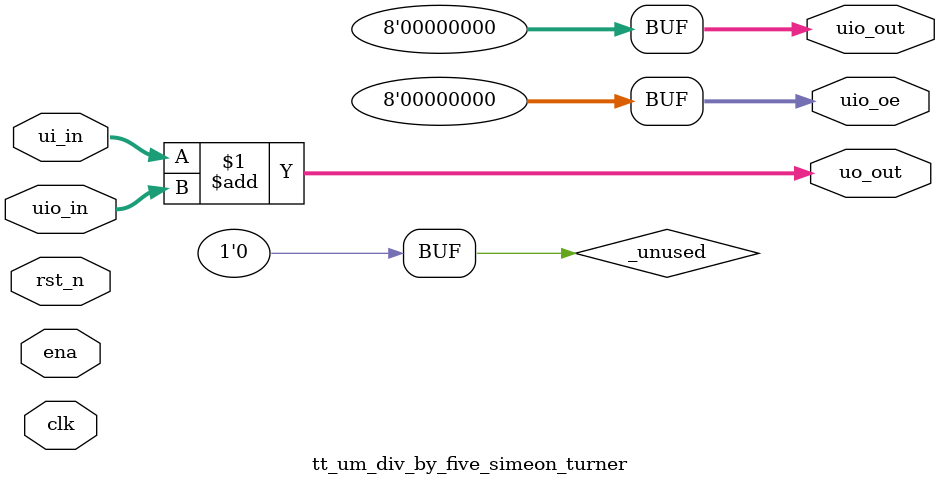
<source format=v>
/*
 * Copyright (c) 2024 Your Name
 * SPDX-License-Identifier: Apache-2.0
 */

`default_nettype none

module tt_um_div_by_five_simeon_turner (
    input  wire [7:0] ui_in,    // Dedicated inputs
    output wire [7:0] uo_out,   // Dedicated outputs
    input  wire [7:0] uio_in,   // IOs: Input path
    output wire [7:0] uio_out,  // IOs: Output path
    output wire [7:0] uio_oe,   // IOs: Enable path (active high: 0=input, 1=output)
    input  wire       ena,      // always 1 when the design is powered, so you can ignore it
    input  wire       clk,      // clock
    input  wire       rst_n     // reset_n - low to reset
);

  // All output pins must be assigned. If not used, assign to 0.
  assign uo_out  = ui_in + uio_in;  // Example: ou_out is the sum of ui_in and uio_in
  assign uio_out = 0;
  assign uio_oe  = 0;

  // List all unused inputs to prevent warnings
  wire _unused = &{ena, clk, rst_n, 1'b0};

endmodule

</source>
